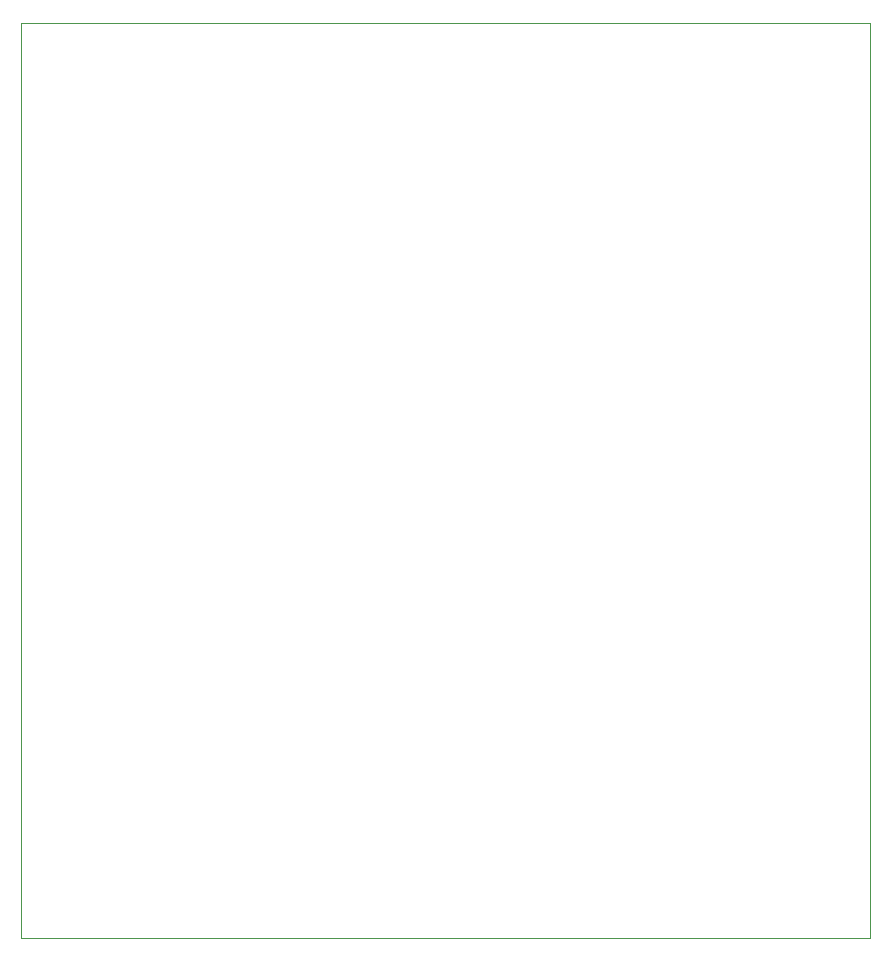
<source format=gbr>
G04 Generated by Ultiboard 14.1 *
%FSLAX24Y24*%
%MOIN*%

%ADD10C,0.0001*%
%ADD11C,0.0001*%


G04 ColorRGB 00FFFF for the following layer *
%LNBoard Outline*%
%LPD*%
G54D10*
G54D11*
X0Y0D02*
X28300Y0D01*
X28300Y30500D01*
X0Y30500D01*
X0Y0D01*

M02*

</source>
